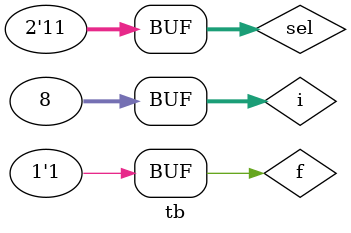
<source format=v>
module tb();
    reg f;
    reg [1:0] sel;
    wire a;
    wire b;
    wire c;
    wire d;
    integer i;

    demux_1x4 dut(
        .f(f),
        .sel(sel),
        .a(a),
        .b(b),
        .c(c),
        .d(d)
    );

    initial begin
        $dumpfile("design.vcd");
        $dumpvars(0, tb);

        f <= 0;
        sel <= 0;

        $monitor("f=%0b sel=%2b a=%0b b=%0b c=%0b d=%0b", f, sel, a, b, c, d);

        for (i = 0; i < 8; i = i + 1) begin
            {f, sel} = i;
            #10;
        end
    end
endmodule
</source>
